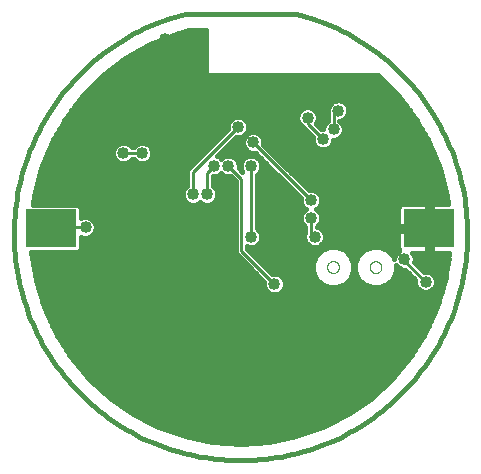
<source format=gbl>
G75*
%MOIN*%
%OFA0B0*%
%FSLAX25Y25*%
%IPPOS*%
%LPD*%
%AMOC8*
5,1,8,0,0,1.08239X$1,22.5*
%
%ADD10C,0.01600*%
%ADD11R,0.17000X0.12800*%
%ADD12C,0.00000*%
%ADD13C,0.04000*%
%ADD14C,0.01000*%
D10*
X0036284Y0031313D02*
X0140060Y0031313D01*
X0138783Y0029781D02*
X0131833Y0023417D01*
X0124091Y0018045D01*
X0115698Y0013762D01*
X0106805Y0010647D01*
X0097574Y0008754D01*
X0088172Y0008120D01*
X0078770Y0008754D01*
X0069539Y0010647D01*
X0060646Y0013762D01*
X0052253Y0018045D01*
X0044511Y0023417D01*
X0037561Y0029781D01*
X0031530Y0037020D01*
X0026526Y0045005D01*
X0022640Y0053590D01*
X0019944Y0062619D01*
X0018486Y0071929D01*
X0018484Y0072031D01*
X0034161Y0072031D01*
X0034981Y0072852D01*
X0034981Y0077095D01*
X0035822Y0076746D01*
X0037175Y0076746D01*
X0038425Y0077264D01*
X0039381Y0078221D01*
X0039899Y0079470D01*
X0039899Y0080823D01*
X0039381Y0082072D01*
X0038425Y0083029D01*
X0037175Y0083546D01*
X0035822Y0083546D01*
X0034981Y0083198D01*
X0034981Y0086811D01*
X0034161Y0087631D01*
X0019012Y0087631D01*
X0019366Y0090711D01*
X0021688Y0099844D01*
X0025216Y0108581D01*
X0029887Y0116765D01*
X0035615Y0124247D01*
X0042297Y0130892D01*
X0049811Y0136578D01*
X0058021Y0141202D01*
X0066778Y0144682D01*
X0070732Y0145806D01*
X0076656Y0145806D01*
X0076656Y0130934D01*
X0133991Y0130934D01*
X0134047Y0130892D01*
X0140729Y0124247D01*
X0146457Y0116765D01*
X0151128Y0108581D01*
X0154656Y0099844D01*
X0156978Y0090711D01*
X0157286Y0088031D01*
X0151866Y0088031D01*
X0151866Y0080632D01*
X0150266Y0080632D01*
X0150266Y0088031D01*
X0142329Y0088031D01*
X0141871Y0087909D01*
X0141460Y0087672D01*
X0141125Y0087337D01*
X0140888Y0086926D01*
X0140766Y0086468D01*
X0140766Y0080631D01*
X0150266Y0080631D01*
X0150266Y0079032D01*
X0140766Y0079032D01*
X0140766Y0073195D01*
X0140888Y0072737D01*
X0141043Y0072470D01*
X0140872Y0072399D01*
X0139916Y0071442D01*
X0139398Y0070193D01*
X0139398Y0069622D01*
X0138930Y0070752D01*
X0137026Y0072656D01*
X0134538Y0073687D01*
X0131845Y0073687D01*
X0129358Y0072656D01*
X0127454Y0070752D01*
X0126423Y0068264D01*
X0126423Y0065572D01*
X0127454Y0063084D01*
X0129358Y0061180D01*
X0131845Y0060150D01*
X0134538Y0060150D01*
X0137026Y0061180D01*
X0138930Y0063084D01*
X0139960Y0065572D01*
X0139960Y0067546D01*
X0140872Y0066634D01*
X0142122Y0066117D01*
X0143117Y0066117D01*
X0146495Y0062738D01*
X0146485Y0062713D01*
X0146485Y0061360D01*
X0147002Y0060110D01*
X0147959Y0059154D01*
X0149208Y0058636D01*
X0150561Y0058636D01*
X0151810Y0059154D01*
X0152767Y0060110D01*
X0153284Y0061360D01*
X0153284Y0062713D01*
X0152767Y0063962D01*
X0151810Y0064919D01*
X0150561Y0065436D01*
X0149208Y0065436D01*
X0149182Y0065425D01*
X0146072Y0068536D01*
X0146198Y0068840D01*
X0146198Y0070193D01*
X0145680Y0071442D01*
X0145491Y0071631D01*
X0150266Y0071631D01*
X0150266Y0079031D01*
X0151866Y0079031D01*
X0151866Y0071631D01*
X0157811Y0071631D01*
X0156400Y0062619D01*
X0153703Y0053590D01*
X0149818Y0045005D01*
X0144814Y0037020D01*
X0138783Y0029781D01*
X0138711Y0029715D02*
X0037633Y0029715D01*
X0039379Y0028116D02*
X0136965Y0028116D01*
X0135219Y0026518D02*
X0041124Y0026518D01*
X0042870Y0024919D02*
X0133474Y0024919D01*
X0131694Y0023321D02*
X0044650Y0023321D01*
X0046953Y0021722D02*
X0129390Y0021722D01*
X0127087Y0020124D02*
X0049257Y0020124D01*
X0051561Y0018525D02*
X0124783Y0018525D01*
X0121899Y0016927D02*
X0054445Y0016927D01*
X0057578Y0015328D02*
X0118766Y0015328D01*
X0115604Y0013730D02*
X0060740Y0013730D01*
X0065302Y0012131D02*
X0111041Y0012131D01*
X0106248Y0010533D02*
X0070096Y0010533D01*
X0077893Y0008934D02*
X0098450Y0008934D01*
X0141391Y0032912D02*
X0034952Y0032912D01*
X0033621Y0034510D02*
X0142723Y0034510D01*
X0144055Y0036109D02*
X0032289Y0036109D01*
X0031099Y0037707D02*
X0145245Y0037707D01*
X0146246Y0039306D02*
X0030097Y0039306D01*
X0029096Y0040904D02*
X0147248Y0040904D01*
X0148250Y0042503D02*
X0028094Y0042503D01*
X0027092Y0044101D02*
X0149252Y0044101D01*
X0150132Y0045700D02*
X0026211Y0045700D01*
X0025488Y0047298D02*
X0150856Y0047298D01*
X0151579Y0048897D02*
X0024765Y0048897D01*
X0024041Y0050495D02*
X0152303Y0050495D01*
X0153026Y0052094D02*
X0023318Y0052094D01*
X0022610Y0053692D02*
X0153734Y0053692D01*
X0154211Y0055291D02*
X0022133Y0055291D01*
X0021655Y0056889D02*
X0154689Y0056889D01*
X0155166Y0058488D02*
X0101538Y0058488D01*
X0101417Y0058366D02*
X0102373Y0059323D01*
X0102891Y0060573D01*
X0102891Y0061925D01*
X0102373Y0063175D01*
X0101417Y0064131D01*
X0100167Y0064649D01*
X0098814Y0064649D01*
X0098789Y0064638D01*
X0090367Y0073059D01*
X0090367Y0073834D01*
X0090940Y0073597D01*
X0092293Y0073597D01*
X0093543Y0074114D01*
X0094499Y0075071D01*
X0095017Y0076321D01*
X0095017Y0077673D01*
X0094499Y0078923D01*
X0093543Y0079879D01*
X0093517Y0079890D01*
X0093517Y0097726D01*
X0093543Y0097737D01*
X0094499Y0098693D01*
X0095017Y0099943D01*
X0095017Y0101295D01*
X0094499Y0102545D01*
X0093543Y0103501D01*
X0092293Y0104019D01*
X0090940Y0104019D01*
X0089691Y0103501D01*
X0088734Y0102545D01*
X0088217Y0101295D01*
X0088217Y0099943D01*
X0088724Y0098719D01*
X0087526Y0099917D01*
X0087536Y0099943D01*
X0087536Y0101295D01*
X0087019Y0102545D01*
X0086062Y0103501D01*
X0084813Y0104019D01*
X0083460Y0104019D01*
X0082211Y0103501D01*
X0081774Y0103065D01*
X0081338Y0103501D01*
X0080295Y0103933D01*
X0086584Y0110222D01*
X0086610Y0110211D01*
X0087962Y0110211D01*
X0089212Y0110729D01*
X0090168Y0111685D01*
X0090686Y0112935D01*
X0090686Y0114287D01*
X0090168Y0115537D01*
X0089212Y0116493D01*
X0087962Y0117011D01*
X0086610Y0117011D01*
X0085360Y0116493D01*
X0084404Y0115537D01*
X0083886Y0114287D01*
X0083886Y0112935D01*
X0083897Y0112909D01*
X0071538Y0100550D01*
X0070425Y0099437D01*
X0070425Y0094063D01*
X0070400Y0094052D01*
X0069443Y0093096D01*
X0068925Y0091846D01*
X0068925Y0090494D01*
X0069443Y0089244D01*
X0070400Y0088288D01*
X0071649Y0087770D01*
X0073002Y0087770D01*
X0074251Y0088288D01*
X0074688Y0088724D01*
X0075124Y0088288D01*
X0076374Y0087770D01*
X0077726Y0087770D01*
X0078976Y0088288D01*
X0079932Y0089244D01*
X0080450Y0090494D01*
X0080450Y0091846D01*
X0079932Y0093096D01*
X0078976Y0094052D01*
X0078950Y0094063D01*
X0078950Y0097219D01*
X0080088Y0097219D01*
X0081338Y0097737D01*
X0081774Y0098173D01*
X0082211Y0097737D01*
X0083460Y0097219D01*
X0084813Y0097219D01*
X0084839Y0097230D01*
X0086567Y0095501D01*
X0086567Y0071485D01*
X0096102Y0061951D01*
X0096091Y0061925D01*
X0096091Y0060573D01*
X0096608Y0059323D01*
X0097565Y0058366D01*
X0098814Y0057849D01*
X0100167Y0057849D01*
X0101417Y0058366D01*
X0102689Y0060086D02*
X0147026Y0060086D01*
X0146485Y0061685D02*
X0137530Y0061685D01*
X0139012Y0063283D02*
X0145950Y0063283D01*
X0144352Y0064882D02*
X0139674Y0064882D01*
X0139960Y0066480D02*
X0141243Y0066480D01*
X0139398Y0069677D02*
X0139375Y0069677D01*
X0139847Y0071276D02*
X0138406Y0071276D01*
X0136499Y0072874D02*
X0140851Y0072874D01*
X0140766Y0074473D02*
X0115161Y0074473D01*
X0114803Y0074114D02*
X0115759Y0075071D01*
X0116277Y0076321D01*
X0116277Y0077673D01*
X0115759Y0078923D01*
X0114803Y0079879D01*
X0113596Y0080379D01*
X0113596Y0080403D01*
X0113621Y0080414D01*
X0114578Y0081370D01*
X0115096Y0082620D01*
X0115096Y0083972D01*
X0114578Y0085222D01*
X0113621Y0086178D01*
X0113452Y0086249D01*
X0113621Y0086319D01*
X0114578Y0087276D01*
X0115096Y0088525D01*
X0115096Y0089878D01*
X0114578Y0091128D01*
X0113621Y0092084D01*
X0112372Y0092602D01*
X0111019Y0092602D01*
X0110993Y0092591D01*
X0095793Y0107791D01*
X0095804Y0107817D01*
X0095804Y0109169D01*
X0095287Y0110419D01*
X0094330Y0111375D01*
X0093080Y0111893D01*
X0091728Y0111893D01*
X0090478Y0111375D01*
X0089522Y0110419D01*
X0089004Y0109169D01*
X0089004Y0107817D01*
X0089522Y0106567D01*
X0090478Y0105611D01*
X0091728Y0105093D01*
X0093080Y0105093D01*
X0093106Y0105104D01*
X0108306Y0089904D01*
X0108296Y0089878D01*
X0108296Y0088525D01*
X0108813Y0087276D01*
X0109770Y0086319D01*
X0109940Y0086249D01*
X0109770Y0086178D01*
X0108813Y0085222D01*
X0108296Y0083972D01*
X0108296Y0082620D01*
X0108813Y0081370D01*
X0109770Y0080414D01*
X0109796Y0080403D01*
X0109796Y0078443D01*
X0109477Y0077673D01*
X0109477Y0076321D01*
X0109994Y0075071D01*
X0110951Y0074114D01*
X0112200Y0073597D01*
X0113553Y0073597D01*
X0114803Y0074114D01*
X0115184Y0072656D02*
X0113280Y0070752D01*
X0112250Y0068264D01*
X0112250Y0065572D01*
X0113280Y0063084D01*
X0115184Y0061180D01*
X0117672Y0060150D01*
X0120365Y0060150D01*
X0122852Y0061180D01*
X0124756Y0063084D01*
X0125787Y0065572D01*
X0125787Y0068264D01*
X0124756Y0070752D01*
X0122852Y0072656D01*
X0120365Y0073687D01*
X0117672Y0073687D01*
X0115184Y0072656D01*
X0115711Y0072874D02*
X0090552Y0072874D01*
X0092151Y0071276D02*
X0113804Y0071276D01*
X0112835Y0069677D02*
X0093749Y0069677D01*
X0095348Y0068079D02*
X0112250Y0068079D01*
X0112250Y0066480D02*
X0096946Y0066480D01*
X0098545Y0064882D02*
X0112536Y0064882D01*
X0113198Y0063283D02*
X0102265Y0063283D01*
X0102891Y0061685D02*
X0114679Y0061685D01*
X0123357Y0061685D02*
X0128853Y0061685D01*
X0127371Y0063283D02*
X0124839Y0063283D01*
X0125501Y0064882D02*
X0126709Y0064882D01*
X0126423Y0066480D02*
X0125787Y0066480D01*
X0125787Y0068079D02*
X0126423Y0068079D01*
X0127008Y0069677D02*
X0125202Y0069677D01*
X0124233Y0071276D02*
X0127977Y0071276D01*
X0129885Y0072874D02*
X0122325Y0072874D01*
X0116173Y0076072D02*
X0140766Y0076072D01*
X0140766Y0077670D02*
X0116277Y0077670D01*
X0115413Y0079269D02*
X0150266Y0079269D01*
X0150266Y0080867D02*
X0151866Y0080867D01*
X0151866Y0082466D02*
X0150266Y0082466D01*
X0150266Y0084064D02*
X0151866Y0084064D01*
X0151866Y0085663D02*
X0150266Y0085663D01*
X0150266Y0087261D02*
X0151866Y0087261D01*
X0157191Y0088860D02*
X0115096Y0088860D01*
X0114855Y0090458D02*
X0157007Y0090458D01*
X0156636Y0092057D02*
X0113649Y0092057D01*
X0109929Y0093655D02*
X0156230Y0093655D01*
X0155823Y0095254D02*
X0108330Y0095254D01*
X0106732Y0096852D02*
X0155417Y0096852D01*
X0155010Y0098451D02*
X0105133Y0098451D01*
X0103535Y0100049D02*
X0154573Y0100049D01*
X0153928Y0101648D02*
X0101936Y0101648D01*
X0100338Y0103246D02*
X0153282Y0103246D01*
X0152636Y0104845D02*
X0098739Y0104845D01*
X0097141Y0106443D02*
X0114548Y0106443D01*
X0114956Y0106274D02*
X0116309Y0106274D01*
X0117558Y0106792D01*
X0118515Y0107748D01*
X0119033Y0108998D01*
X0119033Y0109424D01*
X0119852Y0109424D01*
X0121102Y0109941D01*
X0122058Y0110898D01*
X0122576Y0112147D01*
X0122576Y0113500D01*
X0122058Y0114750D01*
X0121102Y0115706D01*
X0121076Y0115717D01*
X0121076Y0115723D01*
X0121427Y0115723D01*
X0122677Y0116240D01*
X0123633Y0117197D01*
X0124151Y0118447D01*
X0124151Y0119799D01*
X0123633Y0121049D01*
X0122677Y0122005D01*
X0121427Y0122523D01*
X0120074Y0122523D01*
X0118825Y0122005D01*
X0117868Y0121049D01*
X0117351Y0119799D01*
X0117351Y0118447D01*
X0117361Y0118421D01*
X0117276Y0118335D01*
X0117276Y0115717D01*
X0117250Y0115706D01*
X0116293Y0114750D01*
X0115776Y0113500D01*
X0115776Y0113074D01*
X0114956Y0113074D01*
X0114930Y0113063D01*
X0113278Y0114716D01*
X0113397Y0114835D01*
X0113914Y0116084D01*
X0113914Y0117437D01*
X0113397Y0118687D01*
X0112440Y0119643D01*
X0111191Y0120161D01*
X0109838Y0120161D01*
X0108588Y0119643D01*
X0107632Y0118687D01*
X0107114Y0117437D01*
X0107114Y0116084D01*
X0107632Y0114835D01*
X0108588Y0113878D01*
X0108849Y0113770D01*
X0109727Y0112892D01*
X0112243Y0110376D01*
X0112233Y0110350D01*
X0112233Y0108998D01*
X0112750Y0107748D01*
X0113707Y0106792D01*
X0114956Y0106274D01*
X0112629Y0108042D02*
X0095804Y0108042D01*
X0095609Y0109640D02*
X0112233Y0109640D01*
X0111381Y0111239D02*
X0094467Y0111239D01*
X0090342Y0111239D02*
X0089722Y0111239D01*
X0089199Y0109640D02*
X0086002Y0109640D01*
X0084404Y0108042D02*
X0089004Y0108042D01*
X0089646Y0106443D02*
X0082805Y0106443D01*
X0081207Y0104845D02*
X0093365Y0104845D01*
X0093798Y0103246D02*
X0094964Y0103246D01*
X0094871Y0101648D02*
X0096562Y0101648D01*
X0095017Y0100049D02*
X0098161Y0100049D01*
X0099759Y0098451D02*
X0094257Y0098451D01*
X0093517Y0096852D02*
X0101358Y0096852D01*
X0102956Y0095254D02*
X0093517Y0095254D01*
X0093517Y0093655D02*
X0104555Y0093655D01*
X0106153Y0092057D02*
X0093517Y0092057D01*
X0093517Y0090458D02*
X0107752Y0090458D01*
X0108296Y0088860D02*
X0093517Y0088860D01*
X0093517Y0087261D02*
X0108828Y0087261D01*
X0109254Y0085663D02*
X0093517Y0085663D01*
X0093517Y0084064D02*
X0108334Y0084064D01*
X0108359Y0082466D02*
X0093517Y0082466D01*
X0093517Y0080867D02*
X0109316Y0080867D01*
X0109796Y0079269D02*
X0094153Y0079269D01*
X0095017Y0077670D02*
X0109477Y0077670D01*
X0109580Y0076072D02*
X0094914Y0076072D01*
X0093901Y0074473D02*
X0110592Y0074473D01*
X0114075Y0080867D02*
X0140766Y0080867D01*
X0140766Y0082466D02*
X0115032Y0082466D01*
X0115058Y0084064D02*
X0140766Y0084064D01*
X0140766Y0085663D02*
X0114137Y0085663D01*
X0114563Y0087261D02*
X0141082Y0087261D01*
X0150266Y0077670D02*
X0151866Y0077670D01*
X0151866Y0076072D02*
X0150266Y0076072D01*
X0150266Y0074473D02*
X0151866Y0074473D01*
X0151866Y0072874D02*
X0150266Y0072874D01*
X0145749Y0071276D02*
X0157756Y0071276D01*
X0157505Y0069677D02*
X0146198Y0069677D01*
X0146529Y0068079D02*
X0157255Y0068079D01*
X0157005Y0066480D02*
X0148127Y0066480D01*
X0151847Y0064882D02*
X0156754Y0064882D01*
X0156504Y0063283D02*
X0153048Y0063283D01*
X0153284Y0061685D02*
X0156121Y0061685D01*
X0155643Y0060086D02*
X0152743Y0060086D01*
X0151991Y0106443D02*
X0116717Y0106443D01*
X0118637Y0108042D02*
X0151345Y0108042D01*
X0150523Y0109640D02*
X0120375Y0109640D01*
X0122199Y0111239D02*
X0149611Y0111239D01*
X0148699Y0112837D02*
X0122576Y0112837D01*
X0122188Y0114436D02*
X0147786Y0114436D01*
X0146874Y0116034D02*
X0122179Y0116034D01*
X0123814Y0117633D02*
X0145793Y0117633D01*
X0144569Y0119231D02*
X0124151Y0119231D01*
X0123724Y0120830D02*
X0143345Y0120830D01*
X0142121Y0122428D02*
X0121655Y0122428D01*
X0119846Y0122428D02*
X0034223Y0122428D01*
X0032999Y0120830D02*
X0117778Y0120830D01*
X0117351Y0119231D02*
X0112852Y0119231D01*
X0113833Y0117633D02*
X0117276Y0117633D01*
X0117276Y0116034D02*
X0113894Y0116034D01*
X0113558Y0114436D02*
X0116163Y0114436D01*
X0109782Y0112837D02*
X0090646Y0112837D01*
X0090625Y0114436D02*
X0108031Y0114436D01*
X0107135Y0116034D02*
X0089671Y0116034D01*
X0084901Y0116034D02*
X0029470Y0116034D01*
X0028558Y0114436D02*
X0083948Y0114436D01*
X0083825Y0112837D02*
X0027645Y0112837D01*
X0026733Y0111239D02*
X0082227Y0111239D01*
X0080628Y0109640D02*
X0025821Y0109640D01*
X0024998Y0108042D02*
X0047678Y0108042D01*
X0047171Y0107832D02*
X0046215Y0106876D01*
X0045697Y0105626D01*
X0045697Y0104273D01*
X0046215Y0103024D01*
X0047171Y0102067D01*
X0048421Y0101550D01*
X0049773Y0101550D01*
X0051023Y0102067D01*
X0051979Y0103024D01*
X0051990Y0103050D01*
X0052503Y0103050D01*
X0052514Y0103024D01*
X0053470Y0102067D01*
X0054720Y0101550D01*
X0056073Y0101550D01*
X0057322Y0102067D01*
X0058279Y0103024D01*
X0058796Y0104273D01*
X0058796Y0105626D01*
X0058279Y0106876D01*
X0057322Y0107832D01*
X0056073Y0108350D01*
X0054720Y0108350D01*
X0053470Y0107832D01*
X0052514Y0106876D01*
X0052503Y0106850D01*
X0051990Y0106850D01*
X0051979Y0106876D01*
X0051023Y0107832D01*
X0049773Y0108350D01*
X0048421Y0108350D01*
X0047171Y0107832D01*
X0046036Y0106443D02*
X0024353Y0106443D01*
X0023707Y0104845D02*
X0045697Y0104845D01*
X0046123Y0103246D02*
X0023062Y0103246D01*
X0022416Y0101648D02*
X0048184Y0101648D01*
X0050010Y0101648D02*
X0054483Y0101648D01*
X0056309Y0101648D02*
X0072636Y0101648D01*
X0074234Y0103246D02*
X0058371Y0103246D01*
X0058796Y0104845D02*
X0075833Y0104845D01*
X0077431Y0106443D02*
X0058458Y0106443D01*
X0056816Y0108042D02*
X0079030Y0108042D01*
X0081593Y0103246D02*
X0081955Y0103246D01*
X0086317Y0103246D02*
X0089436Y0103246D01*
X0088363Y0101648D02*
X0087390Y0101648D01*
X0087536Y0100049D02*
X0088217Y0100049D01*
X0085216Y0096852D02*
X0078950Y0096852D01*
X0078950Y0095254D02*
X0086567Y0095254D01*
X0086567Y0093655D02*
X0079373Y0093655D01*
X0080363Y0092057D02*
X0086567Y0092057D01*
X0086567Y0090458D02*
X0080435Y0090458D01*
X0079548Y0088860D02*
X0086567Y0088860D01*
X0086567Y0087261D02*
X0034532Y0087261D01*
X0034981Y0085663D02*
X0086567Y0085663D01*
X0086567Y0084064D02*
X0034981Y0084064D01*
X0038988Y0082466D02*
X0086567Y0082466D01*
X0086567Y0080867D02*
X0039880Y0080867D01*
X0039815Y0079269D02*
X0086567Y0079269D01*
X0086567Y0077670D02*
X0038831Y0077670D01*
X0034981Y0076072D02*
X0086567Y0076072D01*
X0086567Y0074473D02*
X0034981Y0074473D01*
X0034981Y0072874D02*
X0086567Y0072874D01*
X0086777Y0071276D02*
X0018588Y0071276D01*
X0018838Y0069677D02*
X0088375Y0069677D01*
X0089974Y0068079D02*
X0019089Y0068079D01*
X0019339Y0066480D02*
X0091572Y0066480D01*
X0093171Y0064882D02*
X0019590Y0064882D01*
X0019840Y0063283D02*
X0094769Y0063283D01*
X0096091Y0061685D02*
X0020223Y0061685D01*
X0020701Y0060086D02*
X0096292Y0060086D01*
X0097443Y0058488D02*
X0021178Y0058488D01*
X0019153Y0088860D02*
X0069828Y0088860D01*
X0068940Y0090458D02*
X0019337Y0090458D01*
X0019708Y0092057D02*
X0069013Y0092057D01*
X0070002Y0093655D02*
X0020114Y0093655D01*
X0020521Y0095254D02*
X0070425Y0095254D01*
X0070425Y0096852D02*
X0020927Y0096852D01*
X0021334Y0098451D02*
X0070425Y0098451D01*
X0071037Y0100049D02*
X0021771Y0100049D01*
X0030551Y0117633D02*
X0107196Y0117633D01*
X0108177Y0119231D02*
X0031775Y0119231D01*
X0035446Y0124027D02*
X0140897Y0124027D01*
X0140729Y0124247D02*
X0140729Y0124247D01*
X0139343Y0125625D02*
X0037001Y0125625D01*
X0038609Y0127224D02*
X0137735Y0127224D01*
X0136128Y0128822D02*
X0040216Y0128822D01*
X0041824Y0130421D02*
X0134520Y0130421D01*
X0106381Y0151406D02*
X0069963Y0151406D01*
X0067221Y0144807D02*
X0076656Y0144807D01*
X0076656Y0143209D02*
X0063072Y0143209D01*
X0059048Y0141610D02*
X0076656Y0141610D01*
X0076656Y0140012D02*
X0055908Y0140012D01*
X0053070Y0138413D02*
X0076656Y0138413D01*
X0076656Y0136815D02*
X0050232Y0136815D01*
X0048012Y0135216D02*
X0076656Y0135216D01*
X0076656Y0133618D02*
X0045900Y0133618D01*
X0043787Y0132019D02*
X0076656Y0132019D01*
X0053977Y0108042D02*
X0050517Y0108042D01*
X0069963Y0151406D02*
X0068175Y0150939D01*
X0066400Y0150428D01*
X0064637Y0149874D01*
X0062888Y0149277D01*
X0061154Y0148637D01*
X0059437Y0147956D01*
X0057736Y0147232D01*
X0056054Y0146467D01*
X0054391Y0145661D01*
X0052749Y0144815D01*
X0051127Y0143928D01*
X0049528Y0143003D01*
X0047952Y0142038D01*
X0046400Y0141036D01*
X0044872Y0139995D01*
X0043371Y0138918D01*
X0041897Y0137804D01*
X0040450Y0136655D01*
X0039032Y0135470D01*
X0037643Y0134251D01*
X0036284Y0132999D01*
X0034956Y0131713D01*
X0033661Y0130396D01*
X0032397Y0129047D01*
X0031168Y0127668D01*
X0029972Y0126259D01*
X0028811Y0124821D01*
X0027686Y0123356D01*
X0026596Y0121863D01*
X0025544Y0120344D01*
X0024529Y0118800D01*
X0023552Y0117231D01*
X0022614Y0115639D01*
X0021715Y0114025D01*
X0020856Y0112389D01*
X0020037Y0110732D01*
X0019258Y0109056D01*
X0018521Y0107362D01*
X0017826Y0105650D01*
X0017173Y0103921D01*
X0016562Y0102177D01*
X0015994Y0100419D01*
X0015469Y0098647D01*
X0014988Y0096863D01*
X0014550Y0095068D01*
X0014157Y0093262D01*
X0013808Y0091447D01*
X0013503Y0089625D01*
X0013243Y0087795D01*
X0013027Y0085960D01*
X0012857Y0084120D01*
X0012732Y0082276D01*
X0012652Y0080430D01*
X0012617Y0078583D01*
X0012627Y0076735D01*
X0012682Y0074888D01*
X0012783Y0073043D01*
X0012928Y0071201D01*
X0013119Y0069363D01*
X0013355Y0067530D01*
X0013635Y0065703D01*
X0013960Y0063884D01*
X0014329Y0062074D01*
X0014742Y0060272D01*
X0015200Y0058482D01*
X0015701Y0056703D01*
X0016245Y0054938D01*
X0016833Y0053185D01*
X0017463Y0051448D01*
X0018135Y0049727D01*
X0018849Y0048023D01*
X0019605Y0046336D01*
X0020401Y0044669D01*
X0021239Y0043022D01*
X0022116Y0041395D01*
X0023033Y0039791D01*
X0023988Y0038210D01*
X0024983Y0036652D01*
X0026015Y0035119D01*
X0027084Y0033612D01*
X0028189Y0032131D01*
X0029331Y0030678D01*
X0030508Y0029253D01*
X0031719Y0027858D01*
X0032964Y0026492D01*
X0034242Y0025157D01*
X0035552Y0023854D01*
X0036894Y0022584D01*
X0038266Y0021346D01*
X0039668Y0020143D01*
X0041100Y0018974D01*
X0042559Y0017841D01*
X0044046Y0016743D01*
X0045559Y0015682D01*
X0047097Y0014659D01*
X0048661Y0013673D01*
X0050247Y0012726D01*
X0051857Y0011818D01*
X0053488Y0010950D01*
X0055140Y0010122D01*
X0056812Y0009335D01*
X0058502Y0008588D01*
X0060210Y0007883D01*
X0061935Y0007221D01*
X0063676Y0006600D01*
X0065431Y0006022D01*
X0067200Y0005488D01*
X0068981Y0004997D01*
X0070774Y0004549D01*
X0072577Y0004146D01*
X0074390Y0003787D01*
X0076211Y0003472D01*
X0078039Y0003202D01*
X0079873Y0002976D01*
X0081712Y0002796D01*
X0083555Y0002660D01*
X0085401Y0002570D01*
X0087248Y0002525D01*
X0089096Y0002525D01*
X0090943Y0002570D01*
X0092789Y0002660D01*
X0094632Y0002796D01*
X0096471Y0002976D01*
X0098305Y0003202D01*
X0100133Y0003472D01*
X0101954Y0003787D01*
X0103767Y0004146D01*
X0105570Y0004549D01*
X0107363Y0004997D01*
X0109144Y0005488D01*
X0110913Y0006022D01*
X0112668Y0006600D01*
X0114409Y0007221D01*
X0116134Y0007883D01*
X0117842Y0008588D01*
X0119532Y0009335D01*
X0121204Y0010122D01*
X0122856Y0010950D01*
X0124487Y0011818D01*
X0126097Y0012726D01*
X0127683Y0013673D01*
X0129247Y0014659D01*
X0130785Y0015682D01*
X0132298Y0016743D01*
X0133785Y0017841D01*
X0135244Y0018974D01*
X0136676Y0020143D01*
X0138078Y0021346D01*
X0139450Y0022584D01*
X0140792Y0023854D01*
X0142102Y0025157D01*
X0143380Y0026492D01*
X0144625Y0027858D01*
X0145836Y0029253D01*
X0147013Y0030678D01*
X0148155Y0032131D01*
X0149260Y0033612D01*
X0150329Y0035119D01*
X0151361Y0036652D01*
X0152356Y0038210D01*
X0153311Y0039791D01*
X0154228Y0041395D01*
X0155105Y0043022D01*
X0155943Y0044669D01*
X0156739Y0046336D01*
X0157495Y0048023D01*
X0158209Y0049727D01*
X0158881Y0051448D01*
X0159511Y0053185D01*
X0160099Y0054938D01*
X0160643Y0056703D01*
X0161144Y0058482D01*
X0161602Y0060272D01*
X0162015Y0062074D01*
X0162384Y0063884D01*
X0162709Y0065703D01*
X0162989Y0067530D01*
X0163225Y0069363D01*
X0163416Y0071201D01*
X0163561Y0073043D01*
X0163662Y0074888D01*
X0163717Y0076735D01*
X0163727Y0078583D01*
X0163692Y0080430D01*
X0163612Y0082276D01*
X0163487Y0084120D01*
X0163317Y0085960D01*
X0163101Y0087795D01*
X0162841Y0089625D01*
X0162536Y0091447D01*
X0162187Y0093262D01*
X0161794Y0095068D01*
X0161356Y0096863D01*
X0160875Y0098647D01*
X0160350Y0100419D01*
X0159782Y0102177D01*
X0159171Y0103921D01*
X0158518Y0105650D01*
X0157823Y0107362D01*
X0157086Y0109056D01*
X0156307Y0110732D01*
X0155488Y0112389D01*
X0154629Y0114025D01*
X0153730Y0115639D01*
X0152792Y0117231D01*
X0151815Y0118800D01*
X0150800Y0120344D01*
X0149748Y0121863D01*
X0148658Y0123356D01*
X0147533Y0124821D01*
X0146372Y0126259D01*
X0145176Y0127668D01*
X0143947Y0129047D01*
X0142683Y0130396D01*
X0141388Y0131713D01*
X0140060Y0132999D01*
X0138701Y0134251D01*
X0137312Y0135470D01*
X0135894Y0136655D01*
X0134447Y0137804D01*
X0132973Y0138918D01*
X0131472Y0139995D01*
X0129944Y0141036D01*
X0128392Y0142038D01*
X0126816Y0143003D01*
X0125217Y0143928D01*
X0123595Y0144815D01*
X0121953Y0145661D01*
X0120290Y0146467D01*
X0118608Y0147232D01*
X0116907Y0147956D01*
X0115190Y0148637D01*
X0113456Y0149277D01*
X0111707Y0149874D01*
X0109944Y0150428D01*
X0108169Y0150939D01*
X0106381Y0151406D01*
D11*
X0151066Y0079831D03*
X0025081Y0079831D03*
D12*
X0117049Y0066918D02*
X0117051Y0067006D01*
X0117057Y0067094D01*
X0117067Y0067182D01*
X0117081Y0067270D01*
X0117098Y0067356D01*
X0117120Y0067442D01*
X0117145Y0067526D01*
X0117175Y0067610D01*
X0117207Y0067692D01*
X0117244Y0067772D01*
X0117284Y0067851D01*
X0117328Y0067928D01*
X0117375Y0068003D01*
X0117425Y0068075D01*
X0117479Y0068146D01*
X0117535Y0068213D01*
X0117595Y0068279D01*
X0117657Y0068341D01*
X0117723Y0068401D01*
X0117790Y0068457D01*
X0117861Y0068511D01*
X0117933Y0068561D01*
X0118008Y0068608D01*
X0118085Y0068652D01*
X0118164Y0068692D01*
X0118244Y0068729D01*
X0118326Y0068761D01*
X0118410Y0068791D01*
X0118494Y0068816D01*
X0118580Y0068838D01*
X0118666Y0068855D01*
X0118754Y0068869D01*
X0118842Y0068879D01*
X0118930Y0068885D01*
X0119018Y0068887D01*
X0119106Y0068885D01*
X0119194Y0068879D01*
X0119282Y0068869D01*
X0119370Y0068855D01*
X0119456Y0068838D01*
X0119542Y0068816D01*
X0119626Y0068791D01*
X0119710Y0068761D01*
X0119792Y0068729D01*
X0119872Y0068692D01*
X0119951Y0068652D01*
X0120028Y0068608D01*
X0120103Y0068561D01*
X0120175Y0068511D01*
X0120246Y0068457D01*
X0120313Y0068401D01*
X0120379Y0068341D01*
X0120441Y0068279D01*
X0120501Y0068213D01*
X0120557Y0068146D01*
X0120611Y0068075D01*
X0120661Y0068003D01*
X0120708Y0067928D01*
X0120752Y0067851D01*
X0120792Y0067772D01*
X0120829Y0067692D01*
X0120861Y0067610D01*
X0120891Y0067526D01*
X0120916Y0067442D01*
X0120938Y0067356D01*
X0120955Y0067270D01*
X0120969Y0067182D01*
X0120979Y0067094D01*
X0120985Y0067006D01*
X0120987Y0066918D01*
X0120985Y0066830D01*
X0120979Y0066742D01*
X0120969Y0066654D01*
X0120955Y0066566D01*
X0120938Y0066480D01*
X0120916Y0066394D01*
X0120891Y0066310D01*
X0120861Y0066226D01*
X0120829Y0066144D01*
X0120792Y0066064D01*
X0120752Y0065985D01*
X0120708Y0065908D01*
X0120661Y0065833D01*
X0120611Y0065761D01*
X0120557Y0065690D01*
X0120501Y0065623D01*
X0120441Y0065557D01*
X0120379Y0065495D01*
X0120313Y0065435D01*
X0120246Y0065379D01*
X0120175Y0065325D01*
X0120103Y0065275D01*
X0120028Y0065228D01*
X0119951Y0065184D01*
X0119872Y0065144D01*
X0119792Y0065107D01*
X0119710Y0065075D01*
X0119626Y0065045D01*
X0119542Y0065020D01*
X0119456Y0064998D01*
X0119370Y0064981D01*
X0119282Y0064967D01*
X0119194Y0064957D01*
X0119106Y0064951D01*
X0119018Y0064949D01*
X0118930Y0064951D01*
X0118842Y0064957D01*
X0118754Y0064967D01*
X0118666Y0064981D01*
X0118580Y0064998D01*
X0118494Y0065020D01*
X0118410Y0065045D01*
X0118326Y0065075D01*
X0118244Y0065107D01*
X0118164Y0065144D01*
X0118085Y0065184D01*
X0118008Y0065228D01*
X0117933Y0065275D01*
X0117861Y0065325D01*
X0117790Y0065379D01*
X0117723Y0065435D01*
X0117657Y0065495D01*
X0117595Y0065557D01*
X0117535Y0065623D01*
X0117479Y0065690D01*
X0117425Y0065761D01*
X0117375Y0065833D01*
X0117328Y0065908D01*
X0117284Y0065985D01*
X0117244Y0066064D01*
X0117207Y0066144D01*
X0117175Y0066226D01*
X0117145Y0066310D01*
X0117120Y0066394D01*
X0117098Y0066480D01*
X0117081Y0066566D01*
X0117067Y0066654D01*
X0117057Y0066742D01*
X0117051Y0066830D01*
X0117049Y0066918D01*
X0131223Y0066918D02*
X0131225Y0067006D01*
X0131231Y0067094D01*
X0131241Y0067182D01*
X0131255Y0067270D01*
X0131272Y0067356D01*
X0131294Y0067442D01*
X0131319Y0067526D01*
X0131349Y0067610D01*
X0131381Y0067692D01*
X0131418Y0067772D01*
X0131458Y0067851D01*
X0131502Y0067928D01*
X0131549Y0068003D01*
X0131599Y0068075D01*
X0131653Y0068146D01*
X0131709Y0068213D01*
X0131769Y0068279D01*
X0131831Y0068341D01*
X0131897Y0068401D01*
X0131964Y0068457D01*
X0132035Y0068511D01*
X0132107Y0068561D01*
X0132182Y0068608D01*
X0132259Y0068652D01*
X0132338Y0068692D01*
X0132418Y0068729D01*
X0132500Y0068761D01*
X0132584Y0068791D01*
X0132668Y0068816D01*
X0132754Y0068838D01*
X0132840Y0068855D01*
X0132928Y0068869D01*
X0133016Y0068879D01*
X0133104Y0068885D01*
X0133192Y0068887D01*
X0133280Y0068885D01*
X0133368Y0068879D01*
X0133456Y0068869D01*
X0133544Y0068855D01*
X0133630Y0068838D01*
X0133716Y0068816D01*
X0133800Y0068791D01*
X0133884Y0068761D01*
X0133966Y0068729D01*
X0134046Y0068692D01*
X0134125Y0068652D01*
X0134202Y0068608D01*
X0134277Y0068561D01*
X0134349Y0068511D01*
X0134420Y0068457D01*
X0134487Y0068401D01*
X0134553Y0068341D01*
X0134615Y0068279D01*
X0134675Y0068213D01*
X0134731Y0068146D01*
X0134785Y0068075D01*
X0134835Y0068003D01*
X0134882Y0067928D01*
X0134926Y0067851D01*
X0134966Y0067772D01*
X0135003Y0067692D01*
X0135035Y0067610D01*
X0135065Y0067526D01*
X0135090Y0067442D01*
X0135112Y0067356D01*
X0135129Y0067270D01*
X0135143Y0067182D01*
X0135153Y0067094D01*
X0135159Y0067006D01*
X0135161Y0066918D01*
X0135159Y0066830D01*
X0135153Y0066742D01*
X0135143Y0066654D01*
X0135129Y0066566D01*
X0135112Y0066480D01*
X0135090Y0066394D01*
X0135065Y0066310D01*
X0135035Y0066226D01*
X0135003Y0066144D01*
X0134966Y0066064D01*
X0134926Y0065985D01*
X0134882Y0065908D01*
X0134835Y0065833D01*
X0134785Y0065761D01*
X0134731Y0065690D01*
X0134675Y0065623D01*
X0134615Y0065557D01*
X0134553Y0065495D01*
X0134487Y0065435D01*
X0134420Y0065379D01*
X0134349Y0065325D01*
X0134277Y0065275D01*
X0134202Y0065228D01*
X0134125Y0065184D01*
X0134046Y0065144D01*
X0133966Y0065107D01*
X0133884Y0065075D01*
X0133800Y0065045D01*
X0133716Y0065020D01*
X0133630Y0064998D01*
X0133544Y0064981D01*
X0133456Y0064967D01*
X0133368Y0064957D01*
X0133280Y0064951D01*
X0133192Y0064949D01*
X0133104Y0064951D01*
X0133016Y0064957D01*
X0132928Y0064967D01*
X0132840Y0064981D01*
X0132754Y0064998D01*
X0132668Y0065020D01*
X0132584Y0065045D01*
X0132500Y0065075D01*
X0132418Y0065107D01*
X0132338Y0065144D01*
X0132259Y0065184D01*
X0132182Y0065228D01*
X0132107Y0065275D01*
X0132035Y0065325D01*
X0131964Y0065379D01*
X0131897Y0065435D01*
X0131831Y0065495D01*
X0131769Y0065557D01*
X0131709Y0065623D01*
X0131653Y0065690D01*
X0131599Y0065761D01*
X0131549Y0065833D01*
X0131502Y0065908D01*
X0131458Y0065985D01*
X0131418Y0066064D01*
X0131381Y0066144D01*
X0131349Y0066226D01*
X0131319Y0066310D01*
X0131294Y0066394D01*
X0131272Y0066480D01*
X0131255Y0066566D01*
X0131241Y0066654D01*
X0131231Y0066742D01*
X0131225Y0066830D01*
X0131223Y0066918D01*
D13*
X0142798Y0069517D03*
X0149885Y0062036D03*
X0112877Y0076997D03*
X0111696Y0083296D03*
X0111696Y0089202D03*
X0110514Y0095501D03*
X0115633Y0109674D03*
X0119176Y0112824D03*
X0120751Y0119123D03*
X0110514Y0116761D03*
X0110514Y0129359D03*
X0092404Y0108493D03*
X0087286Y0113611D03*
X0084136Y0100619D03*
X0079412Y0100619D03*
X0077050Y0091170D03*
X0072325Y0091170D03*
X0055396Y0104950D03*
X0049097Y0104950D03*
X0036499Y0080146D03*
X0091617Y0076997D03*
X0096735Y0068729D03*
X0099491Y0061249D03*
X0091617Y0100619D03*
X0062877Y0142942D03*
D14*
X0087286Y0113611D02*
X0072325Y0098650D01*
X0072325Y0091170D01*
X0077050Y0091170D02*
X0077050Y0098257D01*
X0079412Y0100619D01*
X0084136Y0100619D02*
X0088467Y0096288D01*
X0088467Y0072272D01*
X0099491Y0061249D01*
X0091617Y0076997D02*
X0091617Y0100619D01*
X0092404Y0108493D02*
X0111696Y0089202D01*
X0111696Y0083296D02*
X0111696Y0078178D01*
X0112877Y0076997D01*
X0142798Y0069517D02*
X0142798Y0069123D01*
X0149885Y0062036D01*
X0115633Y0109674D02*
X0110514Y0114792D01*
X0110514Y0116761D01*
X0119176Y0117548D02*
X0119176Y0112824D01*
X0119176Y0117548D02*
X0120751Y0119123D01*
X0055396Y0104950D02*
X0049097Y0104950D01*
X0036499Y0080146D02*
X0025081Y0080146D01*
X0025081Y0079831D01*
M02*

</source>
